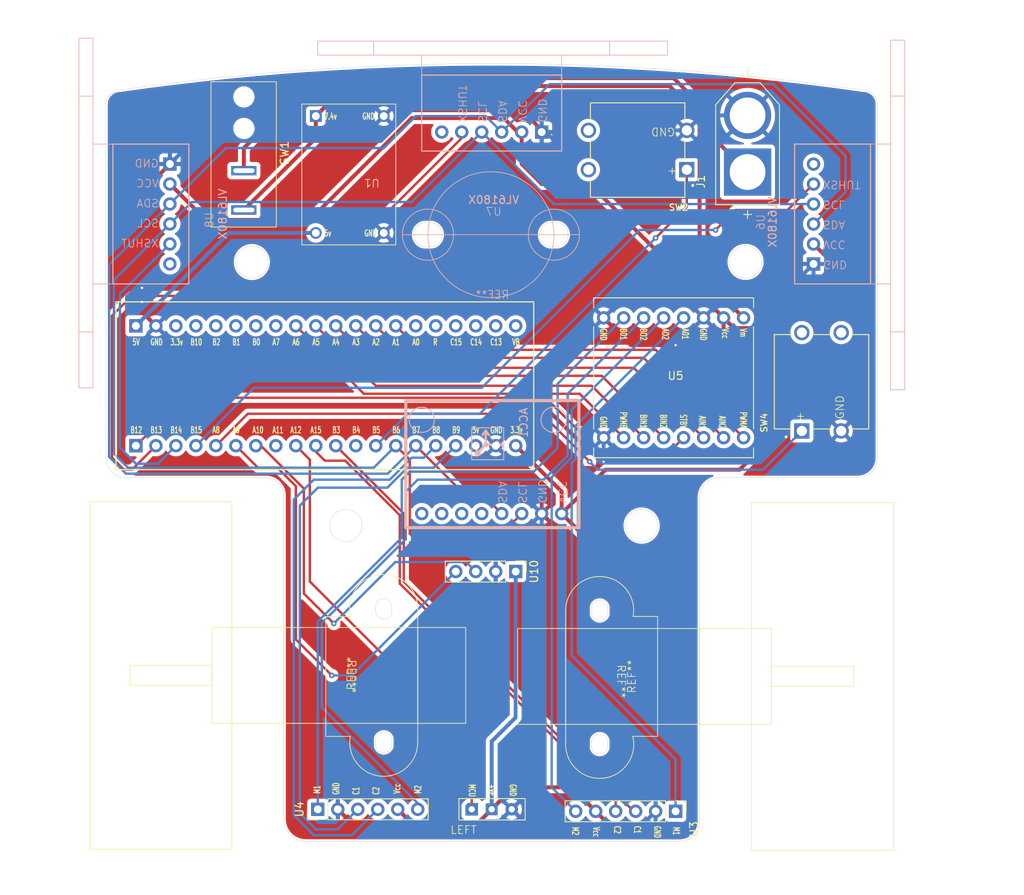
<source format=kicad_pcb>
(kicad_pcb (version 20241229) (generator "pcbnew") (generator_version "9.0")
  (layers (0 "F.Cu" signal) (2 "B.Cu" signal) (13 "F.Paste" user) (15 "B.Paste" user) (5 "F.SilkS" user "F.Silkscreen") (7 "B.SilkS" user "B.Silkscreen") (1 "F.Mask" user) (3 "B.Mask" user) (25 "Edge.Cuts" user))
  (net 0 "")
  (net 1 "3.3v")
  (net 2 "GND")
  (net 3 "SDA")
  (net 4 "SCL")
  (net 5 "push button")
  (net 6 "XSHUT 1")
  (net 7 "XSHUT 2")
  (net 10 "encoder A2")
  (net 11 "STBY")
  (net 12 "encoder A1")
  (net 13 "PWM B")
  (net 15 "encoder B1")
  (net 16 "XSHUT 3")
  (net 22 "BIN2")
  (net 24 "push button 1")
  (net 25 "encoder B2")
  (net 27 "BIN1")
  (net 28 "AIN1")
  (net 29 "AIN2")
  (net 30 "Tx")
  (net 31 "5v")
  (net 34 "PWM A")
  (net 35 "Rx")
  (net 39 "7.4vb")
  (net 40 "AO2")
  (net 41 "AO1")
  (net 42 "BO2")
  (net 43 "BO1")
  (net 44 "7.4v")
  (net 47 "slide_SW")
  (footprint "push button 1:SW_VS-1213-67-160GF" (layer "F.Cu") (at 152.654 33.274 180)
    (property "Reference" "SW2")
    (property "Value" "SW_Push")
  )
  (footprint "XT60:AMASS_XT60-M" (layer "F.Cu") (at 166.624 32.468 90)
    (property "Reference" "J1")
    (property "Value" "XT60-M")
  )
  (footprint "n20 motor:n20 motor" (layer "F.Cu") (at 118.618 100.072268)
    (property "Reference" "REF**")
    (property "Value" "n20 motor")
  )
  (footprint "slide switch:SLIDE SW" (layer "F.Cu") (at 134.062 120.174)
    (property "Reference" "SW3" (hide yes))
    (property "Value" "SW_SPDT_312" (hide yes))
  )
  (footprint "Connector_PinHeader_2.54mm:PinHeader_1x06_P2.54mm_Vertical" (layer "F.Cu") (at 157.48 117.348 -90)
    (property "Reference" "U3")
    (property "Value" "N20 encoder right")
  )
  (footprint "STM32:STM32" (layer "F.Cu") (at 113.03 62.992)
    (property "Reference" "U2" (hide yes))
    (property "Value" "STM32 Blackpill" (hide yes))
  )
  (footprint "push button 1:SW_VS-1213-67-160GF" (layer "F.Cu") (at 176.022 62.738 90)
    (property "Reference" "SW4")
    (property "Value" "SW_Push")
  )
  (footprint "TB6612FNG:TB6612FNG" (layer "F.Cu") (at 157.226 62.23 -90)
    (property "Reference" "U5")
    (property "Value" "TB6612FNG")
  )
  (footprint "Connector_PinHeader_2.54mm:PinHeader_1x06_P2.54mm_Vertical" (layer "F.Cu") (at 112.014 117.094 90)
    (property "Reference" "U4")
    (property "Value" "N20 encoder left")
  )
  (footprint "Connector_PinHeader_2.54mm:PinHeader_1x04_P2.54mm_Vertical" (layer "F.Cu") (at 137.16 86.868 -90)
    (property "Reference" "U10")
    (property "Value" "UART")
  )
  (footprint "power switch:battery_sw" (layer "F.Cu") (at 102.616 33.709 90)
    (property "Reference" "SW1")
    (property "Value" "SW_SPST")
  )
  (footprint "n20 motor:n20 motor" (layer "F.Cu") (at 149.606 100.199268 180)
    (property "Reference" "REF**")
    (property "Value" "n20 motor")
  )
  (footprint "n20-bracket:Untitled" (layer "F.Cu") (at 152.403732 100.199268 90)
    (property "Reference" "REF**")
    (property "Value" "n20 bracket")
    (fp_line (start 7.874 -5.588) (end 8.89 -5.588) (stroke (width 0.05)) (layer "Edge.Cuts"))
    (fp_line (start -9.112731 -5.588) (end -8.096731 -5.588) (stroke (width 0.05)) (layer "Edge.Cuts"))
    (fp_line (start 7.874004 -3.556) (end 8.89 -3.556) (stroke (width 0.05)) (layer "Edge.Cuts"))
    (fp_line (start -9.112727 -3.556) (end -8.096731 -3.556) (stroke (width 0.05)) (layer "Edge.Cuts"))
    (fp_arc (start 8.89 -5.588) (mid 9.683269 -4.572) (end 8.89 -3.556) (stroke (width 0.05)) (layer "Edge.Cuts"))
    (fp_arc (start -8.096731 -5.588) (mid -7.303462 -4.572) (end -8.096731 -3.556) (stroke (width 0.05)) (layer "Edge.Cuts"))
    (fp_arc (start 7.874 -3.556) (mid 7.080731 -4.572) (end 7.874 -5.588) (stroke (width 0.05)) (layer "Edge.Cuts"))
    (fp_arc (start -9.112731 -3.556) (mid -9.906 -4.572) (end -9.112731 -5.588) (stroke (width 0.05)) (layer "Edge.Cuts"))
  )
  (footprint "n20-bracket:Untitled" (layer "F.Cu") (at 115.820268 100.203 -90)
    (property "Reference" "REF**")
    (property "Value" "n20 bracket")
    (fp_line (start -9.112727 -3.556) (end -8.096731 -3.556) (stroke (width 0.05)) (layer "Edge.Cuts"))
    (fp_line (start 7.874004 -3.556) (end 8.89 -3.556) (stroke (width 0.05)) (layer "Edge.Cuts"))
    (fp_line (start -9.112731 -5.588) (end -8.096731 -5.588) (stroke (width 0.05)) (layer "Edge.Cuts"))
    (fp_line (start 7.874 -5.588) (end 8.89 -5.588) (stroke (width 0.05)) (layer "Edge.Cuts"))
    (fp_arc (start -9.112731 -3.556) (mid -9.906 -4.572) (end -9.112731 -5.588) (stroke (width 0.05)) (layer "Edge.Cuts"))
    (fp_arc (start 7.874 -3.556) (mid 7.080731 -4.572) (end 7.874 -5.588) (stroke (width 0.05)) (layer "Edge.Cuts"))
    (fp_arc (start -8.096731 -5.588) (mid -7.303462 -4.572) (end -8.096731 -3.556) (stroke (width 0.05)) (layer "Edge.Cuts"))
    (fp_arc (start 8.89 -5.588) (mid 9.683269 -4.572) (end 8.89 -3.556) (stroke (width 0.05)) (layer "Edge.Cuts"))
  )
  (footprint "buck:buck" (layer "F.Cu") (at 117.348 33.274)
    (property "Reference" "U1")
    (property "Value" "BUCK")
  )
  (footprint "GY-521:GY-521_SMD" (layer "B.Cu") (at 123.19 81.28 90)
    (property "Reference" "ACC1")
    (property "Value" "GY-521")
  )
  (footprint "VL6180X:VL6180X" (layer "B.Cu") (at 98.928 41.406 -90)
    (property "Reference" "U8")
    (property "Value" "VL6180X")
  )
  (footprint "castor:castor" (layer "B.Cu") (at 134.1882 52.1605 180)
    (property "Reference" "REF**")
    (property "Value" "castor")
    (fp_line (start 7.669213 6.604) (end 8.685213 6.604) (stroke (width 0.05)) (layer "Edge.Cuts"))
    (fp_line (start 7.669212 9.651999) (end 8.685213 9.652) (stroke (width 0.05)) (layer "Edge.Cuts"))
    (fp_line (start -8.332787 6.604) (end -7.316787 6.604) (stroke (width 0.05)) (layer "Edge.Cuts"))
    (fp_line (start -8.332788 9.651999) (end -7.316787 9.652) (stroke (width 0.05)) (layer "Edge.Cuts"))
    (fp_arc (start 8.685213 6.604) (mid 9.976232 8.128) (end 8.685213 9.652) (stroke (width 0.05)) (layer "Edge.Cuts"))
    (fp_arc (start 7.669213 9.652) (mid 6.378189 8.128) (end 7.669213 6.604) (stroke (width 0.05)) (layer "Edge.Cuts"))
    (fp_arc (start -7.316787 6.604) (mid -6.025765 8.128) (end -7.316787 9.652) (stroke (width 0.05)) (layer "Edge.Cuts"))
    (fp_arc (start -8.332787 9.652) (mid -9.623809 8.128) (end -8.332787 6.604) (stroke (width 0.05)) (layer "Edge.Cuts"))
  )
  (footprint "VL6180X:VL6180X" (layer "B.Cu") (at 169.296 41.406 90)
    (property "Reference" "U6")
    (property "Value" "VL6180X")
  )
  (footprint "VL6180X:VL6180X" (layer "B.Cu") (at 134.108 36.698 180)
    (property "Reference" "U7")
    (property "Value" "VL6180X")
  )
  (gr_line (start 87.63 74.93) (end 105.41 74.93) (stroke (width 0.05)) (layer "Edge.Cuts"))
  (gr_circle (center 115.57 81.026) (end 117.62 81.026) (stroke (width 0.05)) (fill no) (layer "Edge.Cuts"))
  (gr_arc (start 86.867203 25.64844) (mid 134.111597 22.280613) (end 181.356 25.648326) (stroke (width 0.05)) (layer "Edge.Cuts"))
  (gr_arc (start 181.356 25.648326) (mid 182.617248 26.170752) (end 183.139674 27.432) (stroke (width 0.05)) (layer "Edge.Cuts"))
  (gr_arc (start 85.08444 27.432) (mid 85.606553 26.171112) (end 86.867209 25.64844) (stroke (width 0.05)) (layer "Edge.Cuts"))
  (gr_line (start 85.08444 27.432) (end 85.09 72.39) (stroke (width 0.05)) (layer "Edge.Cuts"))
  (gr_circle (center 153.162 81.026) (end 155.212 81.026) (stroke (width 0.05)) (fill no) (layer "Edge.Cuts"))
  (gr_line (start 160.528 77.47) (end 160.528 118.618) (stroke (width 0.05)) (layer "Edge.Cuts"))
  (gr_arc (start 87.63 74.93) (mid 85.833949 74.186051) (end 85.09 72.39) (stroke (width 0.05)) (layer "Edge.Cuts"))
  (gr_arc (start 105.41 74.93) (mid 107.026446 75.599554) (end 107.696 77.216) (stroke (width 0.05)) (layer "Edge.Cuts"))
  (gr_line (start 183.138774 72.379636) (end 183.139674 27.432) (stroke (width 0.05)) (layer "Edge.Cuts"))
  (gr_circle (center 103.632 47.516) (end 105.682 47.516) (stroke (width 0.05)) (fill no) (layer "Edge.Cuts"))
  (gr_arc (start 160.528 118.618) (mid 159.784051 120.414051) (end 157.988 121.158) (stroke (width 0.05)) (layer "Edge.Cuts"))
  (gr_line (start 107.696 77.216) (end 107.696 118.364) (stroke (width 0.05)) (layer "Edge.Cuts"))
  (gr_arc (start 110.49 121.158) (mid 108.514344 120.339656) (end 107.696 118.364) (stroke (width 0.05)) (layer "Edge.Cuts"))
  (gr_line (start 180.598774 74.919573) (end 163.068 74.93) (stroke (width 0.05)) (layer "Edge.Cuts"))
  (gr_line (start 110.49 121.158) (end 157.988 121.158) (stroke (width 0.05)) (layer "Edge.Cuts"))
  (gr_circle (center 166.37 47.498) (end 168.42 47.498) (stroke (width 0.05)) (fill no) (layer "Edge.Cuts"))
  (gr_arc (start 160.528 77.47) (mid 161.271949 75.673949) (end 163.068 74.93) (stroke (width 0.05)) (layer "Edge.Cuts"))
  (gr_arc (start 183.138774 72.379636) (mid 182.394825 74.175687) (end 180.598774 74.919636) (stroke (width 0.05)) (layer "Edge.Cuts"))
  (segment (start 148.59 73.914) (end 143.002 79.502) (width 0.5) (layer "F.Cu") (net 1))
  (segment (start 137.93 32.52) (end 137.93 35.052) (width 0.5) (layer "F.Cu") (net 1))
  (segment (start 137.93 35.052) (end 140.47 37.592) (width 0.5) (layer "F.Cu") (net 1))
  (segment (start 170.911 55.911) (end 177.546 49.276) (width 0.5) (layer "F.Cu") (net 1))
  (segment (start 165.608 73.914) (end 148.59 73.914) (width 0.5) (layer "F.Cu") (net 1))
  (segment (start 177.546 47.76) (end 175.006 45.22) (width 0.5) (layer "F.Cu") (net 1))
  (segment (start 97.79 42.164) (end 110.998 42.164) (width 0.5) (layer "F.Cu") (net 1))
  (segment (start 168.402 65.024) (end 168.402 71.12) (width 0.5) (layer "F.Cu") (net 1))
  (segment (start 144.272 114.3) (end 147.32 117.348) (width 0.5) (layer "F.Cu") (net 1))
  (segment (start 134.112 117.094) (end 136.906 114.3) (width 0.5) (layer "F.Cu") (net 1))
  (segment (start 137.922 32.512) (end 137.93 32.52) (width 0.5) (layer "F.Cu") (net 1))
  (segment (start 157.988 119.888) (end 159.512 118.364) (width 0.5) (layer "F.Cu") (net 1))
  (segment (start 143.002 76.708) (end 143.002 79.502) (width 0.5) (layer "F.Cu") (net 1))
  (segment (start 168.402 71.12) (end 165.608 73.914) (width 0.5) (layer "F.Cu") (net 1))
  (segment (start 163.576 54.61) (end 163.576 60.198) (width 0.5) (layer "F.Cu") (net 1))
  (segment (start 137.16 70.866) (end 143.002 76.708) (width 0.5) (layer "F.Cu") (net 1))
  (segment (start 110.998 42.164) (end 123.952 29.21) (width 0.5) (layer "F.Cu") (net 1))
  (segment (start 159.512 96.012) (end 143.002 79.502) (width 0.5) (layer "F.Cu") (net 1))
  (segment (start 177.546 49.276) (end 177.546 47.76) (width 0.5) (layer "F.Cu") (net 1))
  (segment (start 136.906 114.3) (end 144.272 114.3) (width 0.5) (layer "F.Cu") (net 1))
  (segment (start 149.86 119.888) (end 157.988 119.888) (width 0.5) (layer "F.Cu") (net 1))
  (segment (start 159.512 118.364) (end 159.512 96.012) (width 0.5) (layer "F.Cu") (net 1))
  (segment (start 147.32 117.348) (end 149.86 119.888) (width 0.5) (layer "F.Cu") (net 1))
  (segment (start 135.636 29.21) (end 137.922 31.496) (width 0.5) (layer "F.Cu") (net 1))
  (segment (start 140.47 37.592) (end 146.558 37.592) (width 0.5) (layer "F.Cu") (net 1))
  (segment (start 93.218 37.592) (end 97.79 42.164) (width 0.5) (layer "F.Cu") (net 1))
  (segment (start 146.558 37.592) (end 163.576 54.61) (width 0.5) (layer "F.Cu") (net 1))
  (segment (start 163.576 54.61) (end 164.877 55.911) (width 0.5) (layer "F.Cu") (net 1))
  (segment (start 163.576 60.198) (end 168.402 65.024) (width 0.5) (layer "F.Cu") (net 1))
  (segment (start 164.877 55.911) (end 170.911 55.911) (width 0.5) (layer "F.Cu") (net 1))
  (segment (start 137.922 31.496) (end 137.922 32.512) (width 0.5) (layer "F.Cu") (net 1))
  (segment (start 123.952 29.21) (end 135.636 29.21) (width 0.5) (layer "F.Cu") (net 1))
  (segment (start 134.112 117.094) (end 132.08 119.126) (width 0.5) (layer "F.Cu") (net 1))
  (segment (start 132.08 119.126) (end 124.206 119.126) (width 0.5) (layer "F.Cu") (net 1))
  (segment (start 124.206 119.126) (end 122.174 117.094) (width 0.5) (layer "F.Cu") (net 1))
  (segment (start 137.16 86.868) (end 137.16 105.41) (width 0.5) (layer "B.Cu") (net 1))
  (segment (start 134.112 108.458) (end 134.112 117.094) (width 0.5) (layer "B.Cu") (net 1))
  (segment (start 137.16 105.41) (end 134.112 108.458) (width 0.5) (layer "B.Cu") (net 1))
  (segment (start 180.594 66.916) (end 178.522 68.988) (width 0.5) (layer "F.Cu") (net 2))
  (segment (start 136.144 26.416) (end 140.462 30.734) (width 0.5) (layer "F.Cu") (net 2))
  (segment (start 89.662 38.608) (end 93.218 35.052) (width 0.5) (layer "F.Cu") (net 2))
  (segment (start 151.799 58.073) (end 157.48 58.073) (width 0.5) (layer "F.Cu") (net 2))
  (segment (start 122.936 26.416) (end 136.144 26.416) (width 0.5) (layer "F.Cu") (net 2))
  (segment (start 148.336 54.61) (end 151.799 58.073) (width 0.5) (layer "F.Cu") (net 2))
  (segment (start 180.594 37.084) (end 180.594 66.916) (width 0.5) (layer "F.Cu") (net 2))
  (segment (start 157.573 58.073) (end 161.036 54.61) (width 0.5) (layer "F.Cu") (net 2))
  (segment (start 114.554 117.094) (end 117.602 120.142) (width 0.5) (layer "F.Cu") (net 2))
  (segment (start 134.62 85.344) (end 140.462 79.502) (width 0.5) (layer "F.Cu") (net 2))
  (segment (start 147.535 73.699) (end 148.336 72.898) (width 0.5) (layer "F.Cu") (net 2))
  (segment (start 91.44 55.626) (end 89.662 53.848) (width 0.5) (layer "F.Cu") (net 2))
  (segment (start 140.462 76.708) (end 140.462 79.502) (width 0.5) (layer "F.Cu") (net 2))
  (segment (start 117.602 120.142) (end 133.604 120.142) (width 0.5) (layer "F.Cu") (net 2))
  (segment (start 140.462 79.502) (end 143.764 82.804) (width 0.5) (layer "F.Cu") (net 2))
  (segment (start 140.462 30.734) (end 140.462 30.988) (width 0.5) (layer "F.Cu") (net 2))
  (segment (start 154.94 107.95) (end 154.94 117.348) (width 0.5) (layer "F.Cu") (net 2))
  (segment (start 89.662 53.848) (end 89.662 52.578) (width 0.5) (layer "F.Cu") (net 2))
  (segment (start 166.624 28.868) (end 170.522 32.766) (width 0.5) (layer "F.Cu") (net 2))
  (segment (start 143.041 73.699) (end 147.535 73.699) (width 0.5) (layer "F.Cu") (net 2))
  (segment (start 134.62 70.866) (end 136.652 68.834) (width 0.5) (layer "F.Cu") (net 2))
  (segment (start 134.62 86.868) (end 134.62 85.344) (width 0.5) (layer "F.Cu") (net 2))
  (segment (start 136.652 68.834) (end 138.176 68.834) (width 0.5) (layer "F.Cu") (net 2))
  (segment (start 143.764 82.804) (end 143.764 96.774) (width 0.5) (layer "F.Cu") (net 2))
  (segment (start 176.276 32.766) (end 180.594 37.084) (width 0.5) (layer "F.Cu") (net 2))
  (segment (start 134.62 70.866) (end 140.462 76.708) (width 0.5) (layer "F.Cu") (net 2))
  (segment (start 138.176 68.834) (end 143.041 73.699) (width 0.5) (layer "F.Cu") (net 2))
  (segment (start 170.522 32.766) (end 176.276 32.766) (width 0.5) (layer "F.Cu") (net 2))
  (segment (start 133.604 120.142) (end 136.652 117.094) (width 0.5) (layer "F.Cu") (net 2))
  (segment (start 143.764 96.774) (end 154.94 107.95) (width 0.5) (layer "F.Cu") (net 2))
  (segment (start 157.48 58.073) (end 157.573 58.073) (width 0.5) (layer "F.Cu") (net 2))
  (segment (start 120.396 28.956) (end 122.936 26.416) (width 0.5) (layer "F.Cu") (net 2))
  (segment (start 89.662 50.8) (end 89.662 38.608) (width 0.5) (layer "F.Cu") (net 2))
  (via (at 89.662 50.8) (size 0.7) (drill 0.3) (layers "F.Cu" "B.Cu") (net 2))
  (via (at 89.662 52.578) (size 0.7) (drill 0.3) (layers "F.Cu" "B.Cu") (net 2))
  (via (at 148.336 72.898) (size 0.7) (drill 0.3) (layers "F.Cu" "B.Cu") (net 2))
  (via (at 157.48 58.073) (size 0.7) (drill 0.3) (layers "F.Cu" "B.Cu") (net 2))
  (segment (start 93.218 35.052) (end 99.568 28.702) (width 0.5) (layer "B.Cu") (net 2))
  (segment (start 140.462 113.284) (end 140.462 79.502) (width 0.5) (layer "B.Cu") (net 2))
  (segment (start 140.97 30.988) (end 143.256 33.274) (width 0.5) (layer "B.Cu") (net 2))
  (segment (start 136.652 117.094) (end 139.192 119.634) (width 0.5) (layer "B.Cu") (net 2))
  (segment (start 152.654 119.634) (end 154.94 117.348) (width 0.5) (layer "B.Cu") (net 2))
  (segment (start 176.53 53.34) (end 176.53 66.996) (width 0.5) (layer "B.Cu") (net 2))
  (segment (start 162.56 53.086) (end 169.672 53.086) (width 0.5) (layer "B.Cu") (net 2))
  (segment (start 149.387331 30.774) (end 158.904 30.774) (width 0.5) (layer "B.Cu") (net 2))
  (segment (start 136.652 117.094) (end 140.462 113.284) (width 0.5) (layer "B.Cu") (net 2))
  (segment (start 175.006 51.816) (end 176.53 53.34) (width 0.5) (layer "B.Cu") (net 2))
  (segment (start 161.036 54.61) (end 162.56 53.086) (width 0.5) (layer "B.Cu") (net 2))
  (segment (start 176.53 66.996) (end 178.522 68.988) (width 0.5) (layer "B.Cu") (net 2))
  (segment (start 143.256 33.274) (end 146.887331 33.274) (width 0.5) (layer "B.Cu") (net 2))
  (segment (start 112.395 51.816) (end 120.396 43.815) (width 0.5) (layer "B.Cu") (net 2))
  (segment (start 140.462 30.988) (end 140.97 30.988) (width 0.5) (layer "B.Cu") (net 2))
  (segment (start 91.44 55.626) (end 95.25 51.816) (width 0.5) (layer "B.Cu") (net 2))
  (segment (start 169.672 53.086) (end 174.998 47.76) (width 0.5) (layer "B.Cu") (net 2))
  (segment (start 99.568 28.702) (end 105.918 28.702) (width 0.5) (layer "B.Cu") (net 2))
  (segment (start 146.887331 33.274) (end 149.387331 30.774) (width 0.5) (layer "B.Cu") (net 2))
  (segment (start 139.192 119.634) (end 152.654 119.634) (width 0.5) (layer "B.Cu") (net 2))
  (segment (start 158.904 30.774) (end 160.81 28.868) (width 0.5) (layer "B.Cu") (net 2))
  (segment (start 95.25 51.816) (end 112.395 51.816) (width 0.5) (layer "B.Cu") (net 2))
  (segment (start 148.336 69.85) (end 157.48 60.706) (width 0.5) (layer "B.Cu") (net 2))
  (segment (start 174.998 47.76) (end 175.006 47.76) (width 0.5) (layer "B.Cu") (net 2))
  (segment (start 175.006 47.76) (end 175.006 51.816) (width 0.5) (layer "B.Cu") (net 2))
  (segment (start 105.918 28.702) (end 108.712 31.496) (width 0.5) (layer "B.Cu") (net 2))
  (segment (start 117.856 31.496) (end 120.396 28.956) (width 0.5) (layer "B.Cu") (net 2))
  (segment (start 148.336 69.85) (end 148.336 72.898) (width 0.5) (layer "B.Cu") (net 2))
  (segment (start 108.712 31.496) (end 117.856 31.496) (width 0.5) (layer "B.Cu") (net 2))
  (segment (start 157.48 60.706) (end 157.48 58.073) (width 0.5) (layer "B.Cu") (net 2))
  (segment (start 160.81 28.868) (end 166.624 28.868) (width 0.5) (layer "B.Cu") (net 2))
  (segment (start 89.662 52.578) (end 89.662 50.8) (width 0.5) (layer "B.Cu") (net 2))
  (segment (start 130.302 76.708) (end 124.46 70.866) (width 0.3) (layer "F.Cu") (net 3))
  (segment (start 135.382 79.502) (end 132.588 76.708) (width 0.3) (layer "F.Cu") (net 3))
  (segment (start 132.588 76.708) (end 130.302 76.708) (width 0.3) (layer "F.Cu") (net 3))
  (segment (start 93.218 40.132) (end 85.491966 47.858034) (width 0.3) (layer "B.Cu") (net 3))
  (segment (start 87.63 74.422) (end 120.904 74.422) (width 0.3) (layer "B.Cu") (net 3))
  (segment (start 133.35 28.956) (end 135.382 30.988) (width 0.3) (layer "B.Cu") (net 3))
  (segment (start 175.006 42.68) (end 179.07 38.616) (width 0.3) (layer "B.Cu") (net 3))
  (segment (start 141.478 24.892) (end 135.382 30.988) (width 0.3) (layer "B.Cu") (net 3))
  (segment (start 135.382 30.988) (end 135.382 30.734) (width 0.3) (layer "B.Cu") (net 3))
  (segment (start 100.33 33.02) (end 120.396 33.02) (width 0.3) (layer "B.Cu") (net 3))
  (segment (start 85.491966 47.858034) (end 85.494988 72.286988) (width 0.3) (layer "B.Cu") (net 3))
  (segment (start 120.904 74.422) (end 124.46 70.866) (width 0.3) (layer "B.Cu") (net 3))
  (segment (start 120.396 33.02) (end 124.46 28.956) (width 0.3) (layer "B.Cu") (net 3))
  (segment (start 124.46 28.956) (end 133.35 28.956) (width 0.3) (layer "B.Cu") (net 3))
  (segment (start 179.07 38.616) (end 179.07 34.036) (width 0.3) (layer "B.Cu") (net 3))
  (segment (start 93.218 40.132) (end 100.33 33.02) (width 0.3) (layer "B.Cu") (net 3))
  (segment (start 169.926 24.892) (end 141.478 24.892) (width 0.3) (layer "B.Cu") (net 3))
  (segment (start 85.494988 72.286988) (end 87.63 74.422) (width 0.3) (layer "B.Cu") (net 3))
  (segment (start 179.07 34.036) (end 169.926 24.892) (width 0.3) (layer "B.Cu") (net 3))
  (segment (start 134.112 83.312) (end 137.922 79.502) (width 0.3) (layer "F.Cu") (net 4))
  (segment (start 123.698 82.042) (end 124.968 83.312) (width 0.3) (layer "F.Cu") (net 4))
  (segment (start 121.92 70.866) (end 123.698 72.644) (width 0.3) (layer "F.Cu") (net 4))
  (segment (start 123.698 72.644) (end 123.698 82.042) (width 0.3) (layer "F.Cu") (net 4))
  (segment (start 124.968 83.312) (end 134.112 83.312) (width 0.3) (layer "F.Cu") (net 4))
  (segment (start 86.106 49.784) (end 86.106 71.882) (width 0.3) (layer "B.Cu") (net 4))
  (segment (start 175.006 40.14) (end 141.994 40.14) (width 0.3) (layer "B.Cu") (net 4))
  (segment (start 141.994 40.14) (end 132.842 30.988) (width 0.3) (layer "B.Cu") (net 4))
  (segment (start 93.218 42.672) (end 86.106 49.784) (width 0.3) (layer "B.Cu") (net 4))
  (segment (start 86.106 71.882) (end 87.884 73.66) (width 0.3) (layer "B.Cu") (net 4))
  (segment (start 123.952 39.878) (end 132.842 30.988) (width 0.3) (layer "B.Cu") (net 4))
  (segment (start 119.126 73.66) (end 121.92 70.866) (width 0.3) (layer "B.Cu") (net 4))
  (segment (start 96.012 39.878) (end 123.952 39.878) (width 0.3) (layer "B.Cu") (net 4))
  (segment (start 87.884 73.66) (end 119.126 73.66) (width 0.3) (layer "B.Cu") (net 4))
  (segment (start 93.218 42.672) (end 96.012 39.878) (width 0.3) (layer "B.Cu") (net 4))
  (segment (start 140.462 66.802) (end 103.124 66.802) (width 0.3) (layer "F.Cu") (net 5))
  (segment (start 103.124 66.802) (end 99.06 70.866) (width 0.3) (layer "F.Cu") (net 5))
  (segment (start 146.558 72.898) (end 140.462 66.802) (width 0.3) (layer "F.Cu") (net 5))
  (via (at 146.558 72.898) (size 0.7) (drill 0.3) (layers "F.Cu" "B.Cu") (net 5))
  (segment (start 147.574 73.914) (end 146.558 72.898) (width 0.3) (layer "B.Cu") (net 5))
  (segment (start 173.522 68.988) (end 168.596 73.914) (width 0.3) (layer "B.Cu") (net 5))
  (segment (start 168.596 73.914) (end 147.574 73.914) (width 0.3) (layer "B.Cu") (net 5))
  (segment (start 88.392 51.816) (end 85.852 54.356) (width 0.3) (layer "F.Cu") (net 6))
  (segment (start 130.302 31.75) (end 110.236 51.816) (width 0.3) (layer "F.Cu") (net 6))
  (segment (start 130.302 30.988) (end 130.302 31.75) (width 0.3) (layer "F.Cu") (net 6))
  (segment (start 88.392 73.914) (end 91.44 70.866) (width 0.3) (layer "F.Cu") (net 6))
  (segment (start 85.852 72.39) (end 87.376 73.914) (width 0.3) (layer "F.Cu") (net 6))
  (segment (start 87.376 73.914) (end 88.392 73.914) (width 0.3) (layer "F.Cu") (net 6))
  (segment (start 85.852 54.356) (end 85.852 72.39) (width 0.3) (layer "F.Cu") (net 6))
  (segment (start 110.236 51.816) (end 88.392 51.816) (width 0.3) (layer "F.Cu") (net 6))
  (segment (start 86.868 51.562) (end 86.868 71.12) (width 0.3) (layer "B.Cu") (net 7))
  (segment (start 93.218 45.212) (end 86.868 51.562) (width 0.3) (layer "B.Cu") (net 7))
  (segment (start 91.687 73.159) (end 93.98 70.866) (width 0.3) (layer "B.Cu") (net 7))
  (segment (start 88.907 73.159) (end 91.687 73.159) (width 0.3) (layer "B.Cu") (net 7))
  (segment (start 86.868 71.12) (end 88.907 73.159) (width 0.3) (layer "B.Cu") (net 7))
  (segment (start 129.54 70.866) (end 126.739 73.667) (width 0.3) (layer "B.Cu") (net 10))
  (segment (start 114.554 119.634) (end 117.094 117.094) (width 0.3) (layer "B.Cu") (net 10))
  (segment (start 112.014 76.2) (end 109.728 78.486) (width 0.3) (layer "B.Cu") (net 10))
  (segment (start 120.85052 76.2) (end 112.014 76.2) (width 0.3) (layer "B.Cu") (net 10))
  (segment (start 109.728 78.486) (end 109.728 117.602) (width 0.3) (layer "B.Cu") (net 10))
  (segment (start 126.739 73.667) (end 123.38352 73.667) (width 0.3) (layer "B.Cu") (net 10))
  (segment (start 111.76 119.634) (end 114.554 119.634) (width 0.3) (layer "B.Cu") (net 10))
  (segment (start 123.38352 73.667) (end 120.85052 76.2) (width 0.3) (layer "B.Cu") (net 10))
  (segment (start 109.728 117.602) (end 111.76 119.634) (width 0.3) (layer "B.Cu") (net 10))
  (segment (start 94.996 64.77) (end 140.97 64.77) (width 0.3) (layer "F.Cu") (net 11))
  (segment (start 156.464 71.882) (end 158.496 69.85) (width 0.3) (layer "F.Cu") (net 11))
  (segment (start 88.9 70.866) (end 94.996 64.77) (width 0.3) (layer "F.Cu") (net 11))
  (segment (start 140.97 64.77) (end 148.082 71.882) (width 0.3) (layer "F.Cu") (net 11))
  (segment (start 148.082 71.882) (end 156.464 71.882) (width 0.3) (layer "F.Cu") (net 11))
  (segment (start 122.936 88.138) (end 152.146 117.348) (width 0.3) (layer "F.Cu") (net 12))
  (segment (start 122.936 79.502) (end 122.936 88.138) (width 0.3) (layer "F.Cu") (net 12))
  (segment (start 152.146 117.348) (end 152.4 117.348) (width 0.3) (layer "F.Cu") (net 12))
  (segment (start 114.3 70.866) (end 122.936 79.502) (width 0.3) (layer "F.Cu") (net 12))
  (segment (start 145.288 64.262) (end 150.876 69.85) (width 0.3) (layer "F.Cu") (net 13))
  (segment (start 117.856 64.262) (end 145.288 64.262) (width 0.3) (layer "F.Cu") (net 13))
  (segment (start 109.22 55.626) (end 117.856 64.262) (width 0.3) (layer "F.Cu") (net 13))
  (segment (start 122.428 79.70252) (end 122.428 88.392) (width 0.3) (layer "F.Cu") (net 15))
  (segment (start 111.76 70.866) (end 111.76 71.628) (width 0.3) (layer "F.Cu") (net 15))
  (segment (start 115.49648 72.771) (end 122.428 79.70252) (width 0.3) (layer "F.Cu") (net 15))
  (segment (start 122.428 88.392) (end 149.86 115.824) (width 0.3) (layer "F.Cu") (net 15))
  (segment (start 111.76 71.628) (end 112.903 72.771) (width 0.3) (layer "F.Cu") (net 15))
  (segment (start 149.86 115.824) (end 149.86 117.348) (width 0.3) (layer "F.Cu") (net 15))
  (segment (start 112.903 72.771) (end 115.49648 72.771) (width 0.3) (layer "F.Cu") (net 15))
  (segment (start 165.1 40.894) (end 162.56 43.434) (width 0.3) (layer "F.Cu") (net 16))
  (segment (start 175.006 37.6) (end 171.712 40.894) (width 0.3) (layer "F.Cu") (net 16))
  (segment (start 171.712 40.894) (end 165.1 40.894) (width 0.3) (layer "F.Cu") (net 16))
  (via (at 162.56 43.434) (size 0.7) (drill 0.3) (layers "F.Cu" "B.Cu") (net 16))
  (segment (start 103.886 63.5) (end 96.52 70.866) (width 0.3) (layer "B.Cu") (net 16))
  (segment (start 152.908 43.434) (end 132.842 63.5) (width 0.3) (layer "B.Cu") (net 16))
  (segment (start 132.842 63.5) (end 103.886 63.5) (width 0.3) (layer "B.Cu") (net 16))
  (segment (start 162.56 43.434) (end 152.908 43.434) (width 0.3) (layer "B.Cu") (net 16))
  (segment (start 146.812 63.246) (end 153.416 69.85) (width 0.3) (layer "F.Cu") (net 22))
  (segment (start 119.38 63.246) (end 146.812 63.246) (width 0.3) (layer "F.Cu") (net 22))
  (segment (start 111.76 55.626) (end 119.38 63.246) (width 0.3) (layer "F.Cu") (net 22))
  (segment (start 158.904 40.486) (end 158.904 35.774) (width 0.3) (layer "F.Cu") (net 24))
  (segment (start 154.94 44.45) (end 158.904 40.486) (width 0.3) (layer "F.Cu") (net 24))
  (via (at 154.94 44.45) (size 0.7) (drill 0.3) (layers "F.Cu" "B.Cu") (net 24))
  (segment (start 123.444 66.802) (end 132.588 66.802) (width 0.3) (layer "B.Cu") (net 24))
  (segment (start 132.588 66.802) (end 154.94 44.45) (width 0.3) (layer "B.Cu") (net 24))
  (segment (start 119.38 70.866) (end 123.444 66.802) (width 0.3) (layer "B.Cu") (net 24))
  (segment (start 127 70.866) (end 125.476 72.39) (width 0.3) (layer "B.Cu") (net 25))
  (segment (start 123.952 72.39) (end 121.158 75.184) (width 0.3) (layer "B.Cu") (net 25))
  (segment (start 111.506 120.396) (end 116.332 120.396) (width 0.3) (layer "B.Cu") (net 25))
  (segment (start 111.506 75.184) (end 108.966 77.724) (width 0.3) (layer "B.Cu") (net 25))
  (segment (start 121.158 75.184) (end 111.506 75.184) (width 0.3) (layer "B.Cu") (net 25))
  (segment (start 108.966 77.724) (end 108.966 117.856) (width 0.3) (layer "B.Cu") (net 25))
  (segment (start 108.966 117.856) (end 111.506 120.396) (width 0.3) (layer "B.Cu") (net 25))
  (segment (start 116.332 120.396) (end 119.634 117.094) (width 0.3) (layer "B.Cu") (net 25))
  (segment (start 125.476 72.39) (end 123.952 72.39) (width 0.3) (layer "B.Cu") (net 25))
  (segment (start 148.082 61.976) (end 155.956 69.85) (width 0.3) (layer "F.Cu") (net 27))
  (segment (start 114.3 55.626) (end 120.65 61.976) (width 0.3) (layer "F.Cu") (net 27))
  (segment (start 120.65 61.976) (end 148.082 61.976) (width 0.3) (layer "F.Cu") (net 27))
  (segment (start 116.84 55.626) (end 122.174 60.96) (width 0.3) (layer "F.Cu") (net 28))
  (segment (start 122.174 60.96) (end 152.146 60.96) (width 0.3) (layer "F.Cu") (net 28))
  (segment (start 152.146 60.96) (end 161.036 69.85) (width 0.3) (layer "F.Cu") (net 28))
  (segment (start 153.416 59.69) (end 163.576 69.85) (width 0.3) (layer "F.Cu") (net 29))
  (segment (start 119.38 55.626) (end 123.444 59.69) (width 0.3) (layer "F.Cu") (net 29))
  (segment (start 123.444 59.69) (end 153.416 59.69) (width 0.3) (layer "F.Cu") (net 29))
  (segment (start 109.22 76.014911) (end 106.865089 73.66) (width 0.3) (layer "F.Cu") (net 30))
  (segment (start 113.792 100.076) (end 109.22 95.504) (width 0.3) (layer "F.Cu") (net 30))
  (segment (start 104.394 73.66) (end 101.6 70.866) (width 0.3) (layer "F.Cu") (net 30))
  (segment (start 109.22 95.504) (end 109.22 76.014911) (width 0.3) (layer "F.Cu") (net 30))
  (segment (start 106.865089 73.66) (end 104.394 73.66) (width 0.3) (layer "F.Cu") (net 30))
  (via (at 113.792 100.076) (size 0.7) (drill 0.3) (layers "F.Cu" "B.Cu") (net 30))
  (segment (start 116.332 100.076) (end 113.792 100.076) (width 0.3) (layer "B.Cu") (net 30))
  (segment (start 129.54 86.868) (end 116.332 100.076) (width 0.3) (layer "B.Cu") (net 30))
  (segment (start 88.9 55.626) (end 100.711 43.815) (width 0.5) (layer "B.Cu") (net 31))
  (segment (start 100.711 43.815) (end 111.76 43.815) (width 0.5) (layer "B.Cu") (net 31))
  (segment (start 154.94 58.674) (end 166.116 69.85) (width 0.3) (layer "F.Cu") (net 34))
  (segment (start 121.92 55.626) (end 124.968 58.674) (width 0.3) (layer "F.Cu") (net 34))
  (segment (start 124.968 58.674) (end 154.94 58.674) (width 0.3) (layer "F.Cu") (net 34))
  (segment (start 110.236 89.662) (end 110.236 76.32239) (width 0.3) (layer "F.Cu") (net 35))
  (segment (start 114.046 93.472) (end 110.236 89.662) (width 0.3) (layer "F.Cu") (net 35))
  (segment (start 104.77961 70.866) (end 104.14 70.866) (width 0.3) (layer "F.Cu") (net 35))
  (segment (start 110.236 76.32239) (end 104.77961 70.866) (width 0.3) (layer "F.Cu") (net 35))
  (via (at 114.046 93.472) (size 0.7) (drill 0.3) (layers "F.Cu" "B.Cu") (net 35))
  (segment (start 130.879 85.667) (end 121.851 85.667) (width 0.3) (layer "B.Cu") (net 35))
  (segment (start 121.851 85.667) (end 114.046 93.472) (width 0.3) (layer "B.Cu") (net 35))
  (segment (start 132.08 86.868) (end 130.879 85.667) (width 0.3) (layer "B.Cu") (net 35))
  (segment (start 160.528 49.022) (end 166.116 54.61) (width 0.5) (layer "F.Cu") (net 39))
  (segment (start 111.76 31.75) (end 111.76 28.956) (width 0.5) (layer "F.Cu") (net 39))
  (segment (start 102.616 40.894) (end 111.76 31.75) (width 0.5) (layer "F.Cu") (net 39))
  (segment (start 156.718 25.146) (end 160.528 28.956) (width 0.5) (layer "F.Cu") (net 39))
  (segment (start 160.528 28.956) (end 160.528 49.022) (width 0.5) (layer "F.Cu") (net 39))
  (segment (start 111.76 28.956) (end 115.57 25.146) (width 0.5) (layer "F.Cu") (net 39))
  (segment (start 115.57 25.146) (end 156.718 25.146) (width 0.5) (layer "F.Cu") (net 39))
  (segment (start 143.97152 72.637) (end 141.732 74.87652) (width 0.3) (layer "B.Cu") (net 40))
  (segment (start 141.732 74.87652) (end 141.732 114.3) (width 0.3) (layer "B.Cu") (net 40))
  (segment (start 144.265 66.301) (end 144.265 71.92848) (width 0.3) (layer "B.Cu") (net 40))
  (segment (start 155.956 54.61) (end 144.265 66.301) (width 0.3) (layer "B.Cu") (net 40))
  (segment (start 144.265 72.34352) (end 144.265 72.343521) (width 0.3) (layer "B.Cu") (net 40))
  (segment (start 141.732 114.3) (end 144.78 117.348) (width 0.3) (layer "B.Cu") (net 40))
  (segment (start 144.265 71.92848) (end 144.265 72.34352) (width 0.3) (layer "B.Cu") (net 40))
  (segment (start 144.265 72.34352) (end 143.971521 72.637) (width 0.3) (layer "B.Cu") (net 40))
  (segment (start 143.971521 72.637) (end 143.97152 72.637) (width 0.3) (layer "B.Cu") (net 40))
  (segment (start 144.472522 72.844522) (end 144.272 73.045044) (width 0.3) (layer "B.Cu") (net 41))
  (segment (start 144.766 68.34) (end 144.766 71.720959) (width 0.3) (layer "B.Cu") (net 41))
  (segment (start 144.766 72.135999) (end 144.766 72.136001) (width 0.3) (layer "B.Cu") (net 41))
  (segment (start 144.272 73.045044) (end 144.272 97.536) (width 0.3) (layer "B.Cu") (net 41))
  (segment (start 157.48 110.744) (end 157.48 117.348) (width 0.3) (layer "B.Cu") (net 41))
  (segment (start 144.766 72.551041) (end 144.766 72.551042) (width 0.3) (layer "B.Cu") (net 41))
  (segment (start 144.766 72.551041) (end 144.766 72.55104) (width 0.3) (layer "B.Cu") (net 41))
  (segment (start 158.496 54.61) (end 144.766 68.34) (width 0.3) (layer "B.Cu") (net 41))
  (segment (start 144.472521 72.84452) (end 144.472522 72.844522) (width 0.3) (layer "B.Cu") (net 41))
  (segment (start 144.766 71.720959) (end 144.766 72.135999) (width 0.3) (layer "B.Cu") (net 41))
  (segment (start 144.272 97.536) (end 157.48 110.744) (width 0.3) (layer "B.Cu") (net 41))
  (segment (start 144.766 72.136001) (end 144.766 72.551041) (width 0.3) (layer "B.Cu") (net 41))
  (segment (start 144.766 72.551042) (end 144.531217 72.785824) (width 0.3) (layer "B.Cu") (net 41))
  (segment (start 144.47252 72.84452) (end 144.472521 72.84452) (width 0.3) (layer "B.Cu") (net 41))
  (segment (start 144.472522 72.844519) (end 144.47252 72.84452) (width 0.3) (layer "B.Cu") (net 41))
  (segment (start 144.531217 72.785824) (end 144.472522 72.844519) (width 0.3) (layer "B.Cu") (net 41))
  (segment (start 123.19 82.55) (end 123.183 82.557) (width 0.3) (layer "B.Cu") (net 42))
  (segment (start 140.716 75.184) (end 124.714 75.184) (width 0.3) (layer "B.Cu") (net 42))
  (segment (start 143.764 72.136) (end 140.716 75.184) (width 0.3) (layer "B.Cu") (net 42))
  (segment (start 124.714 75.184) (end 123.19 76.708) (width 0.3) (layer "B.Cu") (net 42))
  (segment (start 112.522 93.418521) (end 112.522 104.14) (width 0.3) (layer "B.Cu") (net 42))
  (segment (start 123.183 82.75752) (end 123.183 82.757521) (width 0.3) (layer "B.Cu") (net 42))
  (segment (start 143.764 64.262) (end 143.764 72.136) (width 0.3) (layer "B.Cu") (net 42))
  (segment (start 123.183 82.75752) (end 112.522 93.418521) (width 0.3) (layer "B.Cu") (net 42))
  (segment (start 112.522 104.14) (end 124.714 116.332) (width 0.3) (layer "B.Cu") (net 42))
  (segment (start 124.714 116.332) (end 124.714 117.094) (width 0.3) (layer "B.Cu") (net 42))
  (segment (start 153.416 54.61) (end 143.764 64.262) (width 0.3) (layer "B.Cu") (net 42))
  (segment (start 123.183 82.557) (end 123.183 82.75752) (width 0.3) (layer "B.Cu") (net 42))
  (segment (start 123.19 76.708) (end 123.19 82.55) (width 0.3) (layer "B.Cu") (net 42))
  (segment (start 122.682 82.55) (end 112.014 93.218) (width 0.3) (layer "B.Cu") (net 43))
  (segment (start 122.682 75.184) (end 122.682 82.55) (width 0.3) (layer "B.Cu") (net 43))
  (segment (start 142.494 62.992) (end 142.494 71.12) (width 0.3) (layer "B.Cu") (net 43))
  (segment (start 150.876 54.61) (end 142.494 62.992) (width 0.3) (layer "B.Cu") (net 43))
  (segment (start 123.698 74.168) (end 122.682 75.184) (width 0.3) (layer "B.Cu") (net 43))
  (segment (start 142.494 71.12) (end 139.446 74.168) (width 0.3) (layer "B.Cu") (net 43))
  (segment (start 112.014 93.218) (end 112.014 117.094) (width 0.3) (layer "B.Cu") (net 43))
  (segment (start 139.446 74.168) (end 123.698 74.168) (width 0.3) (layer "B.Cu") (net 43))
  (segment (start 161.798 31.242) (end 161.798 28.702) (width 0.5) (layer "F.Cu") (net 44))
  (segment (start 161.798 28.702) (end 157.226 24.13) (width 0.5) (layer "F.Cu") (net 44))
  (segment (start 111.506 24.13) (end 102.616 33.02) (width 0.5) (layer "F.Cu") (net 44))
  (segment (start 157.226 24.13) (end 111.506 24.13) (width 0.5) (layer "F.Cu") (net 44))
  (segment (start 166.624 36.068) (end 161.798 31.242) (width 0.5) (layer "F.Cu") (net 44))
  (segment (start 102.616 33.02) (end 102.616 35.894) (width 0.5) (layer "F.Cu") (net 44))
  (segment (start 131.572 108.712) (end 131.572 117.094) (width 0.3) (layer "F.Cu") (net 47))
  (segment (start 110.998 88.138) (end 131.572 108.712) (width 0.3) (layer "F.Cu") (net 47))
  (segment (start 110.998 72.644) (end 110.998 88.138) (width 0.3) (layer "F.Cu") (net 47))
  (segment (start 109.22 70.866) (end 110.998 72.644) (width 0.3) (layer "F.Cu") (net 47))
  (zone (net 2) (net_name "GND") (layers "F.Cu" "B.Cu") (connect_pads (clearance 0.5)) (min_thickness 0.25) (fill yes (thermal_gap 0.5) (thermal_bridge_width 0.5))
    (polygon (pts (xy 71.628 14.732) (xy 198.730241 14.196833) (xy 201.777521 126.946238) (xy 73.406 128.016)))
  )
)
</source>
